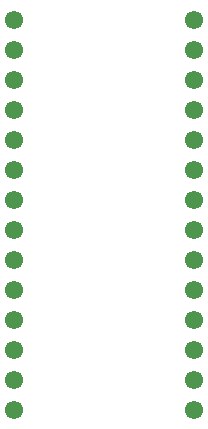
<source format=gts>
G04*
G04 #@! TF.GenerationSoftware,Altium Limited,CircuitStudio,1.5.1 (13)*
G04*
G04 Layer_Color=20142*
%FSAX43Y43*%
%MOMM*%
G71*
G01*
G75*
%ADD22C,1.552*%
D22*
X0043180Y0060960D02*
D03*
Y0058420D02*
D03*
Y0055880D02*
D03*
Y0053340D02*
D03*
Y0050800D02*
D03*
Y0048260D02*
D03*
Y0045720D02*
D03*
Y0027940D02*
D03*
Y0030480D02*
D03*
Y0033020D02*
D03*
Y0035560D02*
D03*
Y0038100D02*
D03*
Y0040640D02*
D03*
Y0043180D02*
D03*
X0027940Y0027940D02*
D03*
Y0030480D02*
D03*
Y0033020D02*
D03*
Y0035560D02*
D03*
Y0038100D02*
D03*
Y0040640D02*
D03*
Y0043180D02*
D03*
Y0060960D02*
D03*
Y0058420D02*
D03*
Y0055880D02*
D03*
Y0053340D02*
D03*
Y0050800D02*
D03*
Y0048260D02*
D03*
Y0045720D02*
D03*
M02*

</source>
